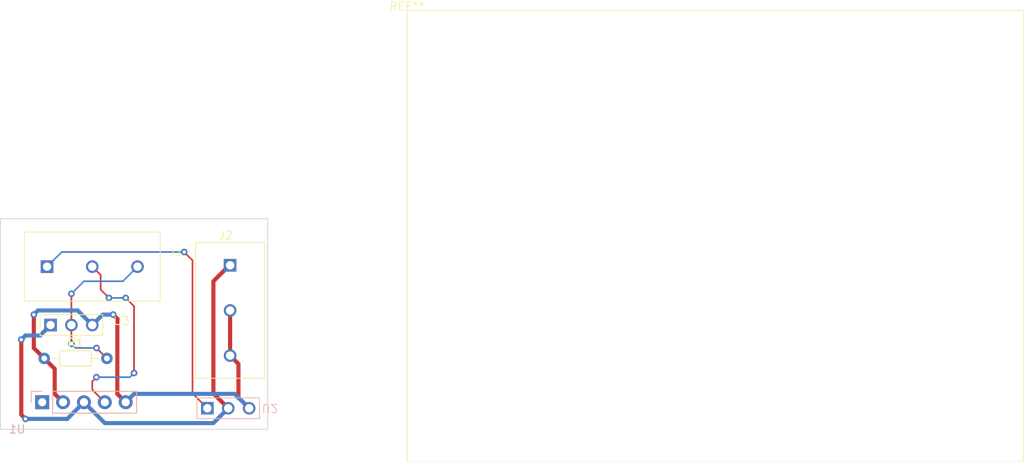
<source format=kicad_pcb>
(kicad_pcb (version 20221018) (generator pcbnew)
  (layers (0 "F.Cu" signal) (31 "B.Cu" signal) (34 "B.Paste" user) (35 "F.Paste" user) (36 "B.SilkS" user "B.Silkscreen") (37 "F.SilkS" user "F.Silkscreen") (38 "B.Mask" user) (39 "F.Mask" user) (44 "Edge.Cuts" user))
  (net 0 "")
  (net 1 "/BRIGHTNESS_OUT")
  (net 3 "+3.3V")
  (net 4 "GND")
  (net 5 "/UV_OUT")
  (net 6 "/TEMPERATURE_OUT")
  (footprint "Diplomna:connector_3p" (layer "F.Cu") (at 180.34 136.144 -90)
    (fp_text reference "J2" (at -9.144 0.508 unlocked) (layer "F.SilkS") (effects (font (thickness 0.1))))
    (fp_text value "Conn_01x03_Pin")
    (fp_rect (start -8.26 -4.206) (end 8.26 4.206) (stroke (width 0.1)) (fill none) (layer "F.SilkS"))
    (pad "1" thru_hole rect (at -5.5 0 270) (size 1.53 1.53) (drill 1.02) (layers "*.Cu" "*.Mask") (net 4 "GND"))
    (pad "2" thru_hole circle (at 0 0 270) (size 1.53 1.53) (drill 1.02) (layers "*.Cu" "*.Mask") (net 3 "+3.3V"))
    (pad "3" thru_hole circle (at 5.5 0 270) (size 1.53 1.53) (drill 1.02) (layers "*.Cu" "*.Mask") (net 3 "+3.3V"))
  )
  (footprint "Resistor_THT:R_Axial_DIN0204_L3.6mm_D1.6mm_P7.62mm_Horizontal" (layer "F.Cu") (at 157.734 141.986)
    (fp_text reference "R1" (at 3.81 -1.92) (layer "F.SilkS"))
    (fp_text value "2.2k")
    (fp_line (start 0.94 0) (end 1.89 0) (stroke (width 0.12)) (layer "F.SilkS"))
    (fp_line (start 1.89 -0.92) (end 1.89 0.92) (stroke (width 0.12)) (layer "F.SilkS"))
    (fp_line (start 1.89 0.92) (end 5.73 0.92) (stroke (width 0.12)) (layer "F.SilkS"))
    (fp_line (start 5.73 -0.92) (end 1.89 -0.92) (stroke (width 0.12)) (layer "F.SilkS"))
    (fp_line (start 5.73 0.92) (end 5.73 -0.92) (stroke (width 0.12)) (layer "F.SilkS"))
    (fp_line (start 6.68 0) (end 5.73 0) (stroke (width 0.12)) (layer "F.SilkS"))
    (pad "1" thru_hole circle (at 0 0) (size 1.4 1.4) (drill 0.7) (layers "*.Cu" "*.Mask") (net 3 "+3.3V"))
    (pad "2" thru_hole oval (at 7.62 0) (size 1.4 1.4) (drill 0.7) (layers "*.Cu" "*.Mask") (net 6 "/TEMPERATURE_OUT"))
  )
  (footprint "Diplomna:relay_module" (layer "F.Cu") (at 201.868 99.6)
    (fp_text reference "REF**" (at 0 -0.5 unlocked) (layer "F.SilkS") (effects (font (thickness 0.1))))
    (fp_text value "relay_module")
    (fp_rect (start 0 0) (end 75 55) (stroke (width 0.1)) (fill none) (layer "F.SilkS"))
  )
  (footprint "Diplomna:connector_3p" (layer "F.Cu") (at 163.576 130.81)
    (fp_text reference "J1" (at 10.16 -1.778 unlocked) (layer "F.SilkS") (effects (font (thickness 0.1))))
    (fp_text value "Conn_01x03_Pin")
    (fp_rect (start -8.26 -4.206) (end 8.26 4.206) (stroke (width 0.1)) (fill none) (layer "F.SilkS"))
    (pad "1" thru_hole rect (at -5.5 0) (size 1.53 1.53) (drill 1.02) (layers "*.Cu" "*.Mask") (net 1 "/BRIGHTNESS_OUT"))
    (pad "2" thru_hole circle (at 0 0) (size 1.53 1.53) (drill 1.02) (layers "*.Cu" "*.Mask") (net 5 "/UV_OUT"))
    (pad "3" thru_hole circle (at 5.5 0) (size 1.53 1.53) (drill 1.02) (layers "*.Cu" "*.Mask") (net 6 "/TEMPERATURE_OUT"))
  )
  (footprint "Diplomna:DS18B20_3dmodel" (layer "F.Cu") (at 166.116 140.462)
    (fp_text reference "U3" (at 1.016 -3.048 unlocked) (layer "F.SilkS") (effects (font (thickness 0.1))))
    (fp_text value "DS18B20")
    (fp_rect (start -8.89 -3.81) (end -1.27 -1.27) (stroke (width 0.1)) (fill none) (layer "F.SilkS"))
    (pad "1" thru_hole rect (at -7.62 -2.54) (size 1.53 1.53) (drill 1.02) (layers "*.Cu" "*.Mask") (net 4 "GND"))
    (pad "2" thru_hole circle (at -5.08 -2.54) (size 1.53 1.53) (drill 1.02) (layers "*.Cu" "*.Mask") (net 6 "/TEMPERATURE_OUT"))
    (pad "3" thru_hole circle (at -2.54 -2.54) (size 1.53 1.53) (drill 1.02) (layers "*.Cu" "*.Mask") (net 3 "+3.3V"))
  )
  (footprint "Connector_PinHeader_2.54mm:PinHeader_1x05_P2.54mm_Vertical" (layer "B.Cu") (at 157.48 147.32 -90)
    (fp_text reference "U1" (at 3.302 3.048) (layer "B.SilkS") (effects (justify mirror)))
    (fp_text value "GY-8511 UV sensor")
    (fp_line (start -1.33 -11.49) (end 1.33 -11.49) (stroke (width 0.12)) (layer "B.SilkS"))
    (fp_line (start -1.33 -1.27) (end -1.33 -11.49) (stroke (width 0.12)) (layer "B.SilkS"))
    (fp_line (start -1.33 -1.27) (end 1.33 -1.27) (stroke (width 0.12)) (layer "B.SilkS"))
    (fp_line (start -1.33 0) (end -1.33 1.33) (stroke (width 0.12)) (layer "B.SilkS"))
    (fp_line (start -1.33 1.33) (end 0 1.33) (stroke (width 0.12)) (layer "B.SilkS"))
    (fp_line (start 1.33 -1.27) (end 1.33 -11.49) (stroke (width 0.12)) (layer "B.SilkS"))
    (pad "1" thru_hole rect (at 0 0 270) (size 1.7 1.7) (drill 1) (layers "*.Cu" "*.Mask"))
    (pad "2" thru_hole oval (at 0 -2.54 270) (size 1.7 1.7) (drill 1) (layers "*.Cu" "*.Mask") (net 3 "+3.3V"))
    (pad "3" thru_hole oval (at 0 -5.08 270) (size 1.7 1.7) (drill 1) (layers "*.Cu" "*.Mask") (net 4 "GND"))
    (pad "4" thru_hole oval (at 0 -7.62 270) (size 1.7 1.7) (drill 1) (layers "*.Cu" "*.Mask") (net 5 "/UV_OUT"))
    (pad "5" thru_hole oval (at 0 -10.16 270) (size 1.7 1.7) (drill 1) (layers "*.Cu" "*.Mask") (net 3 "+3.3V"))
  )
  (footprint "Diplomna:3pin_holes" (layer "B.Cu") (at 185.193 145.515)
    (fp_text reference "U2" (at 0 2.54 180 unlocked) (layer "B.SilkS") (effects (font (thickness 0.1)) (justify mirror)))
    (fp_text value "TEMT6000")
    (fp_rect (start -8.89 3.81) (end -1.27 1.27) (stroke (width 0.1)) (fill none) (layer "B.SilkS"))
    (pad "1" thru_hole rect (at -7.62 2.54) (size 1.53 1.53) (drill 1.02) (layers "*.Cu" "*.Mask") (net 1 "/BRIGHTNESS_OUT"))
    (pad "2" thru_hole circle (at -5.08 2.54) (size 1.53 1.53) (drill 1.02) (layers "*.Cu" "*.Mask") (net 4 "GND"))
    (pad "3" thru_hole circle (at -2.54 2.54) (size 1.53 1.53) (drill 1.02) (layers "*.Cu" "*.Mask") (net 3 "+3.3V"))
  )
  (gr_rect (start 152.4 124.968) (end 184.912 150.622) (stroke (width 0.1)) (fill none) (layer "Edge.Cuts"))
  (segment (start 175.768 130.048) (end 174.752 129.032) (width 0.2) (layer "F.Cu") (net 1))
  (segment (start 177.573 148.055) (end 175.768 146.25) (width 0.2) (layer "F.Cu") (net 1))
  (segment (start 175.768 146.25) (end 175.768 130.048) (width 0.2) (layer "F.Cu") (net 1))
  (via (at 174.752 129.032) (size 0.8) (drill 0.4) (layers "F.Cu" "B.Cu") (net 1))
  (segment (start 159.854 129.032) (end 158.076 130.81) (width 0.2) (layer "B.Cu") (net 1))
  (segment (start 174.752 129.032) (end 159.854 129.032) (width 0.2) (layer "B.Cu") (net 1))
  (segment (start 156.464 136.652) (end 156.464 140.716) (width 0.5) (layer "F.Cu") (net 3))
  (segment (start 181.41 146.812) (end 181.356 146.812) (width 0.5) (layer "F.Cu") (net 3))
  (segment (start 166.624 146.304) (end 166.624 137.16) (width 0.5) (layer "F.Cu") (net 3))
  (segment (start 166.624 137.16) (end 166.116 136.652) (width 0.5) (layer "F.Cu") (net 3))
  (segment (start 156.464 140.716) (end 157.734 141.986) (width 0.5) (layer "F.Cu") (net 3))
  (segment (start 181.356 146.812) (end 181.356 142.66) (width 0.5) (layer "F.Cu") (net 3))
  (segment (start 160.02 147.32) (end 159.004 146.304) (width 0.5) (layer "F.Cu") (net 3))
  (segment (start 159.004 143.256) (end 157.734 141.986) (width 0.5) (layer "F.Cu") (net 3))
  (segment (start 167.64 147.32) (end 166.624 146.304) (width 0.5) (layer "F.Cu") (net 3))
  (segment (start 159.004 146.304) (end 159.004 143.256) (width 0.5) (layer "F.Cu") (net 3))
  (segment (start 180.34 136.144) (end 180.34 141.644) (width 0.5) (layer "F.Cu") (net 3))
  (segment (start 182.653 148.055) (end 181.41 146.812) (width 0.5) (layer "F.Cu") (net 3))
  (segment (start 181.356 142.66) (end 180.34 141.644) (width 0.5) (layer "F.Cu") (net 3))
  (via (at 156.464 136.652) (size 0.8) (drill 0.4) (layers "F.Cu" "B.Cu") (net 3))
  (via (at 166.116 136.652) (size 0.8) (drill 0.4) (layers "F.Cu" "B.Cu") (net 3))
  (segment (start 167.64 147.32) (end 168.656 146.304) (width 0.5) (layer "B.Cu") (net 3))
  (segment (start 168.656 146.304) (end 180.902 146.304) (width 0.5) (layer "B.Cu") (net 3))
  (segment (start 156.972 136.144) (end 156.464 136.652) (width 0.5) (layer "B.Cu") (net 3))
  (segment (start 163.576 137.922) (end 161.798 136.144) (width 0.5) (layer "B.Cu") (net 3))
  (segment (start 180.902 146.304) (end 182.653 148.055) (width 0.5) (layer "B.Cu") (net 3))
  (segment (start 166.116 136.652) (end 164.846 136.652) (width 0.5) (layer "B.Cu") (net 3))
  (segment (start 163.576 137.922) (end 164.846 136.652) (width 0.5) (layer "B.Cu") (net 3))
  (segment (start 161.798 136.144) (end 156.972 136.144) (width 0.5) (layer "B.Cu") (net 3))
  (segment (start 178.308 132.588) (end 178.308 146.25) (width 0.5) (layer "F.Cu") (net 4))
  (segment (start 180.252 130.644) (end 178.308 132.588) (width 0.5) (layer "F.Cu") (net 4))
  (segment (start 178.308 146.25) (end 180.113 148.055) (width 0.5) (layer "F.Cu") (net 4))
  (segment (start 154.94 148.844) (end 155.448 149.352) (width 0.5) (layer "F.Cu") (net 4))
  (segment (start 180.34 130.644) (end 180.252 130.644) (width 0.5) (layer "F.Cu") (net 4))
  (segment (start 154.94 139.7) (end 154.94 148.844) (width 0.5) (layer "F.Cu") (net 4))
  (via (at 154.94 139.7) (size 0.8) (drill 0.4) (layers "F.Cu" "B.Cu") (net 4))
  (via (at 155.448 149.352) (size 0.8) (drill 0.4) (layers "F.Cu" "B.Cu") (net 4))
  (segment (start 165.1 149.86) (end 162.56 147.32) (width 0.5) (layer "B.Cu") (net 4))
  (segment (start 178.308 149.86) (end 165.1 149.86) (width 0.5) (layer "B.Cu") (net 4))
  (segment (start 158.496 137.922) (end 157.226 139.192) (width 0.5) (layer "B.Cu") (net 4))
  (segment (start 160.528 149.352) (end 162.56 147.32) (width 0.5) (layer "B.Cu") (net 4))
  (segment (start 155.448 139.192) (end 154.94 139.7) (width 0.5) (layer "B.Cu") (net 4))
  (segment (start 155.448 149.352) (end 160.528 149.352) (width 0.5) (layer "B.Cu") (net 4))
  (segment (start 180.113 148.055) (end 178.308 149.86) (width 0.5) (layer "B.Cu") (net 4))
  (segment (start 157.226 139.192) (end 155.448 139.192) (width 0.5) (layer "B.Cu") (net 4))
  (segment (start 163.576 144.78) (end 164.084 144.272) (width 0.2) (layer "F.Cu") (net 5))
  (segment (start 163.576 145.796) (end 163.576 144.78) (width 0.2) (layer "F.Cu") (net 5))
  (segment (start 164.592 133.604) (end 165.608 134.62) (width 0.2) (layer "F.Cu") (net 5))
  (segment (start 168.656 143.764) (end 168.656 135.636) (width 0.2) (layer "F.Cu") (net 5))
  (segment (start 164.592 131.826) (end 164.592 133.604) (width 0.2) (layer "F.Cu") (net 5))
  (segment (start 163.576 130.81) (end 164.592 131.826) (width 0.2) (layer "F.Cu") (net 5))
  (segment (start 165.1 147.32) (end 163.576 145.796) (width 0.2) (layer "F.Cu") (net 5))
  (segment (start 168.656 135.636) (end 167.64 134.62) (width 0.2) (layer "F.Cu") (net 5))
  (via (at 165.608 134.62) (size 0.8) (drill 0.4) (layers "F.Cu" "B.Cu") (net 5))
  (via (at 168.656 143.764) (size 0.8) (drill 0.4) (layers "F.Cu" "B.Cu") (net 5))
  (via (at 167.64 134.62) (size 0.8) (drill 0.4) (layers "F.Cu" "B.Cu") (net 5))
  (via (at 164.084 144.272) (size 0.8) (drill 0.4) (layers "F.Cu" "B.Cu") (net 5))
  (segment (start 168.148 144.272) (end 168.656 143.764) (width 0.2) (layer "B.Cu") (net 5))
  (segment (start 164.084 144.272) (end 168.148 144.272) (width 0.2) (layer "B.Cu") (net 5))
  (segment (start 167.64 134.62) (end 165.608 134.62) (width 0.2) (layer "B.Cu") (net 5))
  (segment (start 165.354 141.986) (end 164.084 140.716) (width 0.2) (layer "F.Cu") (net 6))
  (segment (start 161.036 134.112) (end 161.036 137.922) (width 0.2) (layer "F.Cu") (net 6))
  (segment (start 161.036 140.208) (end 161.036 137.922) (width 0.2) (layer "F.Cu") (net 6))
  (via (at 161.036 140.208) (size 0.8) (drill 0.4) (layers "F.Cu" "B.Cu") (net 6))
  (via (at 161.036 134.112) (size 0.8) (drill 0.4) (layers "F.Cu" "B.Cu") (net 6))
  (via (at 164.084 140.716) (size 0.8) (drill 0.4) (layers "F.Cu" "B.Cu") (net 6))
  (segment (start 167.298 132.588) (end 162.56 132.588) (width 0.2) (layer "B.Cu") (net 6))
  (segment (start 169.076 130.81) (end 167.298 132.588) (width 0.2) (layer "B.Cu") (net 6))
  (segment (start 161.544 140.716) (end 161.036 140.208) (width 0.2) (layer "B.Cu") (net 6))
  (segment (start 164.084 140.716) (end 161.544 140.716) (width 0.2) (layer "B.Cu") (net 6))
  (segment (start 162.56 132.588) (end 161.036 134.112) (width 0.2) (layer "B.Cu") (net 6))
)
</source>
